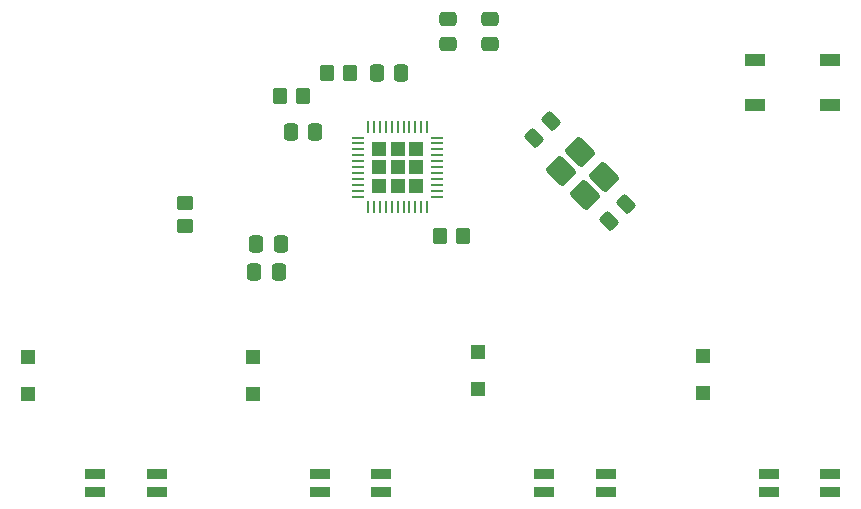
<source format=gbp>
%TF.GenerationSoftware,KiCad,Pcbnew,9.0.7*%
%TF.CreationDate,2026-02-17T21:12:57+08:00*%
%TF.ProjectId,3rd testing,33726420-7465-4737-9469-6e672e6b6963,rev?*%
%TF.SameCoordinates,Original*%
%TF.FileFunction,Paste,Bot*%
%TF.FilePolarity,Positive*%
%FSLAX46Y46*%
G04 Gerber Fmt 4.6, Leading zero omitted, Abs format (unit mm)*
G04 Created by KiCad (PCBNEW 9.0.7) date 2026-02-17 21:12:57*
%MOMM*%
%LPD*%
G01*
G04 APERTURE LIST*
G04 Aperture macros list*
%AMRoundRect*
0 Rectangle with rounded corners*
0 $1 Rounding radius*
0 $2 $3 $4 $5 $6 $7 $8 $9 X,Y pos of 4 corners*
0 Add a 4 corners polygon primitive as box body*
4,1,4,$2,$3,$4,$5,$6,$7,$8,$9,$2,$3,0*
0 Add four circle primitives for the rounded corners*
1,1,$1+$1,$2,$3*
1,1,$1+$1,$4,$5*
1,1,$1+$1,$6,$7*
1,1,$1+$1,$8,$9*
0 Add four rect primitives between the rounded corners*
20,1,$1+$1,$2,$3,$4,$5,0*
20,1,$1+$1,$4,$5,$6,$7,0*
20,1,$1+$1,$6,$7,$8,$9,0*
20,1,$1+$1,$8,$9,$2,$3,0*%
G04 Aperture macros list end*
%ADD10R,1.200000X1.200000*%
%ADD11RoundRect,0.250000X0.337500X0.475000X-0.337500X0.475000X-0.337500X-0.475000X0.337500X-0.475000X0*%
%ADD12RoundRect,0.250000X0.350000X0.450000X-0.350000X0.450000X-0.350000X-0.450000X0.350000X-0.450000X0*%
%ADD13RoundRect,0.250000X0.450000X-0.350000X0.450000X0.350000X-0.450000X0.350000X-0.450000X-0.350000X0*%
%ADD14R,1.800000X0.820000*%
%ADD15RoundRect,0.250000X-1.025305X0.106066X0.106066X-1.025305X1.025305X-0.106066X-0.106066X1.025305X0*%
%ADD16RoundRect,0.250000X0.097227X-0.574524X0.574524X-0.097227X-0.097227X0.574524X-0.574524X0.097227X0*%
%ADD17RoundRect,0.250000X-0.097227X0.574524X-0.574524X0.097227X0.097227X-0.574524X0.574524X-0.097227X0*%
%ADD18RoundRect,0.250000X0.475000X-0.337500X0.475000X0.337500X-0.475000X0.337500X-0.475000X-0.337500X0*%
%ADD19RoundRect,0.250000X-0.380000X0.380000X-0.380000X-0.380000X0.380000X-0.380000X0.380000X0.380000X0*%
%ADD20RoundRect,0.062500X-0.062500X0.450000X-0.062500X-0.450000X0.062500X-0.450000X0.062500X0.450000X0*%
%ADD21RoundRect,0.062500X-0.450000X0.062500X-0.450000X-0.062500X0.450000X-0.062500X0.450000X0.062500X0*%
%ADD22RoundRect,0.250000X-0.337500X-0.475000X0.337500X-0.475000X0.337500X0.475000X-0.337500X0.475000X0*%
%ADD23RoundRect,0.250000X-0.350000X-0.450000X0.350000X-0.450000X0.350000X0.450000X-0.350000X0.450000X0*%
%ADD24R,1.700000X1.000000*%
G04 APERTURE END LIST*
D10*
%TO.C,D4*%
X126275625Y-82211250D03*
X126275625Y-79061250D03*
%TD*%
D11*
%TO.C,C4*%
X90406875Y-71983125D03*
X88331875Y-71983125D03*
%TD*%
D12*
%TO.C,R4*%
X96460000Y-55080000D03*
X94460000Y-55080000D03*
%TD*%
D13*
%TO.C,R5*%
X82460000Y-68080000D03*
X82460000Y-66080000D03*
%TD*%
D14*
%TO.C,D8*%
X131860000Y-89092500D03*
X131860000Y-90592500D03*
X137060000Y-90592500D03*
X137060000Y-89092500D03*
%TD*%
D10*
%TO.C,D2*%
X88175625Y-82276875D03*
X88175625Y-79126875D03*
%TD*%
D15*
%TO.C,Y1*%
X115865267Y-61844124D03*
X117915876Y-63894733D03*
X116360241Y-65450368D03*
X114309632Y-63399759D03*
%TD*%
D14*
%TO.C,D5*%
X74860000Y-89092500D03*
X74860000Y-90592500D03*
X80060000Y-90592500D03*
X80060000Y-89092500D03*
%TD*%
D16*
%TO.C,C2*%
X118316631Y-67647246D03*
X119783877Y-66180000D03*
%TD*%
D11*
%TO.C,C5*%
X93460000Y-60080000D03*
X91385000Y-60080000D03*
%TD*%
D17*
%TO.C,C1*%
X113480000Y-59180000D03*
X112012754Y-60647246D03*
%TD*%
D18*
%TO.C,C3*%
X104694375Y-52626875D03*
X104694375Y-50551875D03*
%TD*%
D10*
%TO.C,D1*%
X69125625Y-82276875D03*
X69125625Y-79126875D03*
%TD*%
D19*
%TO.C,U1*%
X102030000Y-61510000D03*
X100460000Y-61510000D03*
X98890000Y-61510000D03*
X102030000Y-63080000D03*
X100460000Y-63080000D03*
X98890000Y-63080000D03*
X102030000Y-64650000D03*
X100460000Y-64650000D03*
X98890000Y-64650000D03*
D20*
X97960000Y-59717500D03*
X98460000Y-59717500D03*
X98960000Y-59717500D03*
X99460000Y-59717500D03*
X99960000Y-59717500D03*
X100460000Y-59717500D03*
X100960000Y-59717500D03*
X101460000Y-59717500D03*
X101960000Y-59717500D03*
X102460000Y-59717500D03*
X102960000Y-59717500D03*
D21*
X103822500Y-60580000D03*
X103822500Y-61080000D03*
X103822500Y-61580000D03*
X103822500Y-62080000D03*
X103822500Y-62580000D03*
X103822500Y-63080000D03*
X103822500Y-63580000D03*
X103822500Y-64080000D03*
X103822500Y-64580000D03*
X103822500Y-65080000D03*
X103822500Y-65580000D03*
D20*
X102960000Y-66442500D03*
X102460000Y-66442500D03*
X101960000Y-66442500D03*
X101460000Y-66442500D03*
X100960000Y-66442500D03*
X100460000Y-66442500D03*
X99960000Y-66442500D03*
X99460000Y-66442500D03*
X98960000Y-66442500D03*
X98460000Y-66442500D03*
X97960000Y-66442500D03*
D21*
X97097500Y-65580000D03*
X97097500Y-65080000D03*
X97097500Y-64580000D03*
X97097500Y-64080000D03*
X97097500Y-63580000D03*
X97097500Y-63080000D03*
X97097500Y-62580000D03*
X97097500Y-62080000D03*
X97097500Y-61580000D03*
X97097500Y-61080000D03*
X97097500Y-60580000D03*
%TD*%
D14*
%TO.C,D6*%
X93860000Y-89092500D03*
X93860000Y-90592500D03*
X99060000Y-90592500D03*
X99060000Y-89092500D03*
%TD*%
D22*
%TO.C,C8*%
X98671377Y-55080000D03*
X100746377Y-55080000D03*
%TD*%
D23*
%TO.C,R1*%
X104030000Y-68913623D03*
X106030000Y-68913623D03*
%TD*%
D24*
%TO.C,SW5*%
X130746377Y-57813623D03*
X137046377Y-57813623D03*
X130746377Y-54013623D03*
X137046377Y-54013623D03*
%TD*%
D14*
%TO.C,D7*%
X112860000Y-89092500D03*
X112860000Y-90592500D03*
X118060000Y-90592500D03*
X118060000Y-89092500D03*
%TD*%
D12*
%TO.C,R3*%
X92460000Y-57080000D03*
X90460000Y-57080000D03*
%TD*%
D10*
%TO.C,D3*%
X107225625Y-81892500D03*
X107225625Y-78742500D03*
%TD*%
D18*
%TO.C,C7*%
X108266250Y-52626875D03*
X108266250Y-50551875D03*
%TD*%
D11*
%TO.C,C6*%
X90556875Y-69601875D03*
X88481875Y-69601875D03*
%TD*%
M02*

</source>
